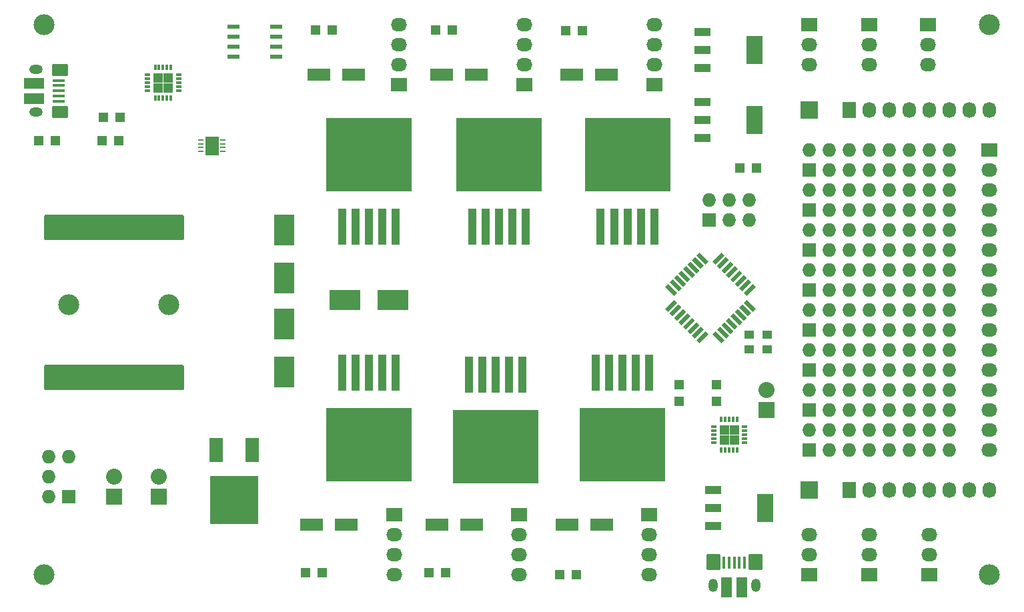
<source format=gts>
G04 #@! TF.FileFunction,Soldermask,Top*
%FSLAX46Y46*%
G04 Gerber Fmt 4.6, Leading zero omitted, Abs format (unit mm)*
G04 Created by KiCad (PCBNEW 4.0.1-stable) date 11/13/2016 6:28:19 PM*
%MOMM*%
G01*
G04 APERTURE LIST*
%ADD10C,0.100000*%
%ADD11R,1.198880X1.198880*%
%ADD12R,0.730000X0.300000*%
%ADD13R,0.300000X0.730000*%
%ADD14R,1.250000X1.250000*%
%ADD15R,2.032000X3.657600*%
%ADD16R,2.032000X1.016000*%
%ADD17R,0.400000X1.650000*%
%ADD18O,1.100000X1.500000*%
%ADD19O,1.200000X1.700000*%
%ADD20R,1.425000X2.500000*%
%ADD21R,1.100000X4.600000*%
%ADD22R,10.800000X9.400000*%
%ADD23R,2.032000X1.727200*%
%ADD24O,2.032000X1.727200*%
%ADD25R,0.700000X0.250000*%
%ADD26R,0.830000X1.190000*%
%ADD27R,1.727200X1.727200*%
%ADD28O,1.727200X1.727200*%
%ADD29R,2.999740X1.600200*%
%ADD30R,11.000000X3.000000*%
%ADD31R,1.650000X0.400000*%
%ADD32O,1.500000X1.100000*%
%ADD33O,1.700000X1.200000*%
%ADD34R,2.500000X1.425000*%
%ADD35R,1.651000X3.048000*%
%ADD36R,6.096000X6.096000*%
%ADD37R,1.550000X0.600000*%
%ADD38R,2.032000X2.032000*%
%ADD39O,2.032000X2.032000*%
%ADD40C,2.650000*%
%ADD41R,2.500000X4.000000*%
%ADD42R,4.000000X2.500000*%
%ADD43R,1.727200X2.032000*%
%ADD44O,1.727200X2.032000*%
%ADD45R,2.235200X2.235200*%
%ADD46R,1.300000X1.050000*%
%ADD47C,0.254000*%
G04 APERTURE END LIST*
D10*
G36*
X135262445Y-107337334D02*
X134873536Y-107726243D01*
X133742165Y-106594872D01*
X134131074Y-106205963D01*
X135262445Y-107337334D01*
X135262445Y-107337334D01*
G37*
G36*
X135828130Y-106771648D02*
X135439221Y-107160557D01*
X134307850Y-106029186D01*
X134696759Y-105640277D01*
X135828130Y-106771648D01*
X135828130Y-106771648D01*
G37*
G36*
X136393816Y-106205963D02*
X136004907Y-106594872D01*
X134873536Y-105463501D01*
X135262445Y-105074592D01*
X136393816Y-106205963D01*
X136393816Y-106205963D01*
G37*
G36*
X136959501Y-105640278D02*
X136570592Y-106029187D01*
X135439221Y-104897816D01*
X135828130Y-104508907D01*
X136959501Y-105640278D01*
X136959501Y-105640278D01*
G37*
G36*
X137525187Y-105074592D02*
X137136278Y-105463501D01*
X136004907Y-104332130D01*
X136393816Y-103943221D01*
X137525187Y-105074592D01*
X137525187Y-105074592D01*
G37*
G36*
X138090872Y-104508907D02*
X137701963Y-104897816D01*
X136570592Y-103766445D01*
X136959501Y-103377536D01*
X138090872Y-104508907D01*
X138090872Y-104508907D01*
G37*
G36*
X138656557Y-103943221D02*
X138267648Y-104332130D01*
X137136277Y-103200759D01*
X137525186Y-102811850D01*
X138656557Y-103943221D01*
X138656557Y-103943221D01*
G37*
G36*
X139222243Y-103377536D02*
X138833334Y-103766445D01*
X137701963Y-102635074D01*
X138090872Y-102246165D01*
X139222243Y-103377536D01*
X139222243Y-103377536D01*
G37*
G36*
X138833334Y-100195555D02*
X139222243Y-100584464D01*
X138090872Y-101715835D01*
X137701963Y-101326926D01*
X138833334Y-100195555D01*
X138833334Y-100195555D01*
G37*
G36*
X138267648Y-99629870D02*
X138656557Y-100018779D01*
X137525186Y-101150150D01*
X137136277Y-100761241D01*
X138267648Y-99629870D01*
X138267648Y-99629870D01*
G37*
G36*
X137701963Y-99064184D02*
X138090872Y-99453093D01*
X136959501Y-100584464D01*
X136570592Y-100195555D01*
X137701963Y-99064184D01*
X137701963Y-99064184D01*
G37*
G36*
X137136278Y-98498499D02*
X137525187Y-98887408D01*
X136393816Y-100018779D01*
X136004907Y-99629870D01*
X137136278Y-98498499D01*
X137136278Y-98498499D01*
G37*
G36*
X136570592Y-97932813D02*
X136959501Y-98321722D01*
X135828130Y-99453093D01*
X135439221Y-99064184D01*
X136570592Y-97932813D01*
X136570592Y-97932813D01*
G37*
G36*
X136004907Y-97367128D02*
X136393816Y-97756037D01*
X135262445Y-98887408D01*
X134873536Y-98498499D01*
X136004907Y-97367128D01*
X136004907Y-97367128D01*
G37*
G36*
X135439221Y-96801443D02*
X135828130Y-97190352D01*
X134696759Y-98321723D01*
X134307850Y-97932814D01*
X135439221Y-96801443D01*
X135439221Y-96801443D01*
G37*
G36*
X134873536Y-96235757D02*
X135262445Y-96624666D01*
X134131074Y-97756037D01*
X133742165Y-97367128D01*
X134873536Y-96235757D01*
X134873536Y-96235757D01*
G37*
G36*
X133211835Y-97367128D02*
X132822926Y-97756037D01*
X131691555Y-96624666D01*
X132080464Y-96235757D01*
X133211835Y-97367128D01*
X133211835Y-97367128D01*
G37*
G36*
X132646150Y-97932814D02*
X132257241Y-98321723D01*
X131125870Y-97190352D01*
X131514779Y-96801443D01*
X132646150Y-97932814D01*
X132646150Y-97932814D01*
G37*
G36*
X132080464Y-98498499D02*
X131691555Y-98887408D01*
X130560184Y-97756037D01*
X130949093Y-97367128D01*
X132080464Y-98498499D01*
X132080464Y-98498499D01*
G37*
G36*
X131514779Y-99064184D02*
X131125870Y-99453093D01*
X129994499Y-98321722D01*
X130383408Y-97932813D01*
X131514779Y-99064184D01*
X131514779Y-99064184D01*
G37*
G36*
X130949093Y-99629870D02*
X130560184Y-100018779D01*
X129428813Y-98887408D01*
X129817722Y-98498499D01*
X130949093Y-99629870D01*
X130949093Y-99629870D01*
G37*
G36*
X130383408Y-100195555D02*
X129994499Y-100584464D01*
X128863128Y-99453093D01*
X129252037Y-99064184D01*
X130383408Y-100195555D01*
X130383408Y-100195555D01*
G37*
G36*
X129817723Y-100761241D02*
X129428814Y-101150150D01*
X128297443Y-100018779D01*
X128686352Y-99629870D01*
X129817723Y-100761241D01*
X129817723Y-100761241D01*
G37*
G36*
X129252037Y-101326926D02*
X128863128Y-101715835D01*
X127731757Y-100584464D01*
X128120666Y-100195555D01*
X129252037Y-101326926D01*
X129252037Y-101326926D01*
G37*
G36*
X128863128Y-102246165D02*
X129252037Y-102635074D01*
X128120666Y-103766445D01*
X127731757Y-103377536D01*
X128863128Y-102246165D01*
X128863128Y-102246165D01*
G37*
G36*
X129428814Y-102811850D02*
X129817723Y-103200759D01*
X128686352Y-104332130D01*
X128297443Y-103943221D01*
X129428814Y-102811850D01*
X129428814Y-102811850D01*
G37*
G36*
X129994499Y-103377536D02*
X130383408Y-103766445D01*
X129252037Y-104897816D01*
X128863128Y-104508907D01*
X129994499Y-103377536D01*
X129994499Y-103377536D01*
G37*
G36*
X130560184Y-103943221D02*
X130949093Y-104332130D01*
X129817722Y-105463501D01*
X129428813Y-105074592D01*
X130560184Y-103943221D01*
X130560184Y-103943221D01*
G37*
G36*
X131125870Y-104508907D02*
X131514779Y-104897816D01*
X130383408Y-106029187D01*
X129994499Y-105640278D01*
X131125870Y-104508907D01*
X131125870Y-104508907D01*
G37*
G36*
X131691555Y-105074592D02*
X132080464Y-105463501D01*
X130949093Y-106594872D01*
X130560184Y-106205963D01*
X131691555Y-105074592D01*
X131691555Y-105074592D01*
G37*
G36*
X132257241Y-105640277D02*
X132646150Y-106029186D01*
X131514779Y-107160557D01*
X131125870Y-106771648D01*
X132257241Y-105640277D01*
X132257241Y-105640277D01*
G37*
G36*
X132822926Y-106205963D02*
X133211835Y-106594872D01*
X132080464Y-107726243D01*
X131691555Y-107337334D01*
X132822926Y-106205963D01*
X132822926Y-106205963D01*
G37*
D11*
X137253980Y-85471000D03*
X139352020Y-85471000D03*
D12*
X133925000Y-118380000D03*
X133925000Y-118880000D03*
X133925000Y-119380000D03*
X133925000Y-119880000D03*
X133925000Y-120380000D03*
D13*
X134890000Y-121345000D03*
X135390000Y-121345000D03*
X135890000Y-121345000D03*
X136390000Y-121345000D03*
X136890000Y-121345000D03*
D12*
X137855000Y-120380000D03*
X137855000Y-119880000D03*
X137855000Y-119380000D03*
X137855000Y-118880000D03*
X137855000Y-118380000D03*
D13*
X136890000Y-117415000D03*
X136390000Y-117415000D03*
X135890000Y-117415000D03*
X135390000Y-117415000D03*
X134890000Y-117415000D03*
D14*
X136515000Y-120005000D03*
X136515000Y-118755000D03*
X135265000Y-120005000D03*
X135265000Y-118755000D03*
D15*
X140462000Y-128651000D03*
D16*
X133858000Y-128651000D03*
X133858000Y-130937000D03*
X133858000Y-126365000D03*
D17*
X135225000Y-135660000D03*
X135875000Y-135660000D03*
X136524100Y-135660000D03*
X137175000Y-135660000D03*
X137825000Y-135660000D03*
D18*
X134100000Y-135535000D03*
X138950000Y-135535000D03*
D19*
X133800000Y-138535000D03*
X139250000Y-138535000D03*
D20*
X135562500Y-138785000D03*
X137487500Y-138785000D03*
D21*
X102850000Y-111760000D03*
X104550000Y-111760000D03*
X107950000Y-111760000D03*
D22*
X106250000Y-120910000D03*
D21*
X106250000Y-111760000D03*
X109650000Y-111760000D03*
X118950000Y-111500000D03*
X120650000Y-111500000D03*
X124050000Y-111500000D03*
D22*
X122350000Y-120650000D03*
D21*
X122350000Y-111500000D03*
X125750000Y-111500000D03*
D15*
X139065000Y-70485000D03*
D16*
X132461000Y-70485000D03*
X132461000Y-72771000D03*
X132461000Y-68199000D03*
D15*
X139065000Y-79375000D03*
D16*
X132461000Y-79375000D03*
X132461000Y-81661000D03*
X132461000Y-77089000D03*
D23*
X125730000Y-129540000D03*
D24*
X125730000Y-132080000D03*
X125730000Y-134620000D03*
X125730000Y-137160000D03*
D25*
X71631000Y-83415000D03*
X71631000Y-82915000D03*
X71631000Y-82415000D03*
X71631000Y-81915000D03*
X68831000Y-81915000D03*
X68831000Y-82415000D03*
X68831000Y-82915000D03*
X68831000Y-83415000D03*
D26*
X69816000Y-82070000D03*
X69816000Y-83260000D03*
X70646000Y-82070000D03*
X70646000Y-83260000D03*
D27*
X133350000Y-92075000D03*
D28*
X133350000Y-89535000D03*
X135890000Y-92075000D03*
X135890000Y-89535000D03*
X138430000Y-92075000D03*
X138430000Y-89535000D03*
D21*
X86770000Y-111500000D03*
X88470000Y-111500000D03*
X91870000Y-111500000D03*
D22*
X90170000Y-120650000D03*
D21*
X90170000Y-111500000D03*
X93570000Y-111500000D03*
D29*
X103164640Y-130810000D03*
X98765360Y-130810000D03*
D30*
X61046000Y-111887000D03*
X54546000Y-111887000D03*
D29*
X87289640Y-130810000D03*
X82890360Y-130810000D03*
X119674640Y-130810000D03*
X115275360Y-130810000D03*
X103799640Y-73660000D03*
X99400360Y-73660000D03*
X120309640Y-73660000D03*
X115910360Y-73660000D03*
X88219280Y-73660000D03*
X83820000Y-73660000D03*
D11*
X84234020Y-136906000D03*
X82135980Y-136906000D03*
X58420000Y-82042000D03*
X56321960Y-82042000D03*
X99888040Y-136906000D03*
X97790000Y-136906000D03*
X50358040Y-82042000D03*
X48260000Y-82042000D03*
X116492020Y-137160000D03*
X114393980Y-137160000D03*
X134239000Y-113030000D03*
X134239000Y-115128040D03*
X117254020Y-68072000D03*
X115155980Y-68072000D03*
X129540000Y-113030000D03*
X129540000Y-115128040D03*
X100744020Y-67945000D03*
X98645980Y-67945000D03*
X85504020Y-67945000D03*
X83405980Y-67945000D03*
X58547000Y-79087980D03*
X56448960Y-79087980D03*
D23*
X93345000Y-129540000D03*
D24*
X93345000Y-132080000D03*
X93345000Y-134620000D03*
X93345000Y-137160000D03*
D23*
X109220000Y-129540000D03*
D24*
X109220000Y-132080000D03*
X109220000Y-134620000D03*
X109220000Y-137160000D03*
D31*
X50800000Y-74392000D03*
X50800000Y-75042000D03*
X50800000Y-75691100D03*
X50800000Y-76342000D03*
X50800000Y-76992000D03*
D32*
X50925000Y-73267000D03*
X50925000Y-78117000D03*
D33*
X47925000Y-72967000D03*
X47925000Y-78417000D03*
D34*
X47675000Y-74729500D03*
X47675000Y-76654500D03*
D35*
X75311000Y-121285000D03*
D36*
X73025000Y-127635000D03*
D35*
X70739000Y-121285000D03*
D27*
X52070000Y-127254000D03*
D28*
X49530000Y-127254000D03*
X49530000Y-124714000D03*
X52070000Y-122174000D03*
X49530000Y-122174000D03*
D21*
X110080000Y-92970000D03*
X108380000Y-92970000D03*
X104980000Y-92970000D03*
D22*
X106680000Y-83820000D03*
D21*
X106680000Y-92970000D03*
X103280000Y-92970000D03*
X126365000Y-92970000D03*
X124665000Y-92970000D03*
X121265000Y-92970000D03*
D22*
X122965000Y-83820000D03*
D21*
X122965000Y-92970000D03*
X119565000Y-92970000D03*
X93570000Y-92970000D03*
X91870000Y-92970000D03*
X88470000Y-92970000D03*
D22*
X90170000Y-83820000D03*
D21*
X90170000Y-92970000D03*
X86770000Y-92970000D03*
D13*
X65018000Y-72721000D03*
X64518000Y-72721000D03*
X64018000Y-72721000D03*
X63518000Y-72721000D03*
X63018000Y-72721000D03*
D12*
X62053000Y-73686000D03*
X62053000Y-74186000D03*
X62053000Y-74686000D03*
X62053000Y-75186000D03*
X62053000Y-75686000D03*
D13*
X63018000Y-76651000D03*
X63518000Y-76651000D03*
X64018000Y-76651000D03*
X64518000Y-76651000D03*
X65018000Y-76651000D03*
D12*
X65983000Y-75686000D03*
X65983000Y-75186000D03*
X65983000Y-74686000D03*
X65983000Y-74186000D03*
X65983000Y-73686000D03*
D14*
X63393000Y-75311000D03*
X64643000Y-75311000D03*
X63393000Y-74061000D03*
X64643000Y-74061000D03*
D37*
X72959000Y-67564000D03*
X72959000Y-68834000D03*
X72959000Y-70104000D03*
X72959000Y-71374000D03*
X78359000Y-71374000D03*
X78359000Y-70104000D03*
X78359000Y-68834000D03*
X78359000Y-67564000D03*
D23*
X126365000Y-74930000D03*
D24*
X126365000Y-72390000D03*
X126365000Y-69850000D03*
X126365000Y-67310000D03*
D23*
X109855000Y-74930000D03*
D24*
X109855000Y-72390000D03*
X109855000Y-69850000D03*
X109855000Y-67310000D03*
D23*
X93980000Y-74930000D03*
D24*
X93980000Y-72390000D03*
X93980000Y-69850000D03*
X93980000Y-67310000D03*
D30*
X54546000Y-92837000D03*
X61046000Y-92837000D03*
D38*
X63500000Y-127254000D03*
D39*
X63500000Y-124714000D03*
D38*
X57785000Y-127254000D03*
D39*
X57785000Y-124714000D03*
D40*
X48895000Y-137160000D03*
X168910000Y-137160000D03*
X168910000Y-67310000D03*
X48895000Y-67310000D03*
D41*
X79375000Y-93343000D03*
X79375000Y-99443000D03*
X79375000Y-111381000D03*
X79375000Y-105281000D03*
D42*
X93220000Y-102235000D03*
X87120000Y-102235000D03*
D23*
X146050000Y-137160000D03*
D24*
X146050000Y-134620000D03*
X146050000Y-132080000D03*
D23*
X153670000Y-137160000D03*
D24*
X153670000Y-134620000D03*
X153670000Y-132080000D03*
D23*
X161290000Y-137160000D03*
D24*
X161290000Y-134620000D03*
X161290000Y-132080000D03*
D23*
X146050000Y-67310000D03*
D24*
X146050000Y-69850000D03*
X146050000Y-72390000D03*
D23*
X153670000Y-67310000D03*
D24*
X153670000Y-69850000D03*
X153670000Y-72390000D03*
D23*
X161137600Y-67310000D03*
D24*
X161137600Y-69850000D03*
X161137600Y-72390000D03*
D43*
X151130000Y-126365000D03*
D44*
X153670000Y-126365000D03*
X156210000Y-126365000D03*
X158750000Y-126365000D03*
X161290000Y-126365000D03*
X163830000Y-126365000D03*
X166370000Y-126365000D03*
X168910000Y-126365000D03*
D27*
X146050000Y-121285000D03*
D28*
X146050000Y-118745000D03*
X148590000Y-121285000D03*
X148590000Y-118745000D03*
X151130000Y-121285000D03*
X151130000Y-118745000D03*
X153670000Y-121285000D03*
X153670000Y-118745000D03*
X156210000Y-121285000D03*
X156210000Y-118745000D03*
X158750000Y-121285000D03*
X158750000Y-118745000D03*
X161290000Y-121285000D03*
X161290000Y-118745000D03*
X163830000Y-121285000D03*
X163830000Y-118745000D03*
D27*
X146050000Y-116205000D03*
D28*
X146050000Y-113665000D03*
X148590000Y-116205000D03*
X148590000Y-113665000D03*
X151130000Y-116205000D03*
X151130000Y-113665000D03*
X153670000Y-116205000D03*
X153670000Y-113665000D03*
X156210000Y-116205000D03*
X156210000Y-113665000D03*
X158750000Y-116205000D03*
X158750000Y-113665000D03*
X161290000Y-116205000D03*
X161290000Y-113665000D03*
X163830000Y-116205000D03*
X163830000Y-113665000D03*
D27*
X146050000Y-111125000D03*
D28*
X146050000Y-108585000D03*
X148590000Y-111125000D03*
X148590000Y-108585000D03*
X151130000Y-111125000D03*
X151130000Y-108585000D03*
X153670000Y-111125000D03*
X153670000Y-108585000D03*
X156210000Y-111125000D03*
X156210000Y-108585000D03*
X158750000Y-111125000D03*
X158750000Y-108585000D03*
X161290000Y-111125000D03*
X161290000Y-108585000D03*
X163830000Y-111125000D03*
X163830000Y-108585000D03*
D27*
X146050000Y-106045000D03*
D28*
X146050000Y-103505000D03*
X148590000Y-106045000D03*
X148590000Y-103505000D03*
X151130000Y-106045000D03*
X151130000Y-103505000D03*
X153670000Y-106045000D03*
X153670000Y-103505000D03*
X156210000Y-106045000D03*
X156210000Y-103505000D03*
X158750000Y-106045000D03*
X158750000Y-103505000D03*
X161290000Y-106045000D03*
X161290000Y-103505000D03*
X163830000Y-106045000D03*
X163830000Y-103505000D03*
D23*
X168910000Y-83185000D03*
D24*
X168910000Y-85725000D03*
X168910000Y-88265000D03*
X168910000Y-90805000D03*
X168910000Y-93345000D03*
X168910000Y-95885000D03*
X168910000Y-98425000D03*
X168910000Y-100965000D03*
X168910000Y-103505000D03*
X168910000Y-106045000D03*
X168910000Y-108585000D03*
X168910000Y-111125000D03*
X168910000Y-113665000D03*
X168910000Y-116205000D03*
X168910000Y-118745000D03*
X168910000Y-121285000D03*
D27*
X146050000Y-100965000D03*
D28*
X146050000Y-98425000D03*
X148590000Y-100965000D03*
X148590000Y-98425000D03*
X151130000Y-100965000D03*
X151130000Y-98425000D03*
X153670000Y-100965000D03*
X153670000Y-98425000D03*
X156210000Y-100965000D03*
X156210000Y-98425000D03*
X158750000Y-100965000D03*
X158750000Y-98425000D03*
X161290000Y-100965000D03*
X161290000Y-98425000D03*
X163830000Y-100965000D03*
X163830000Y-98425000D03*
D27*
X146050000Y-95885000D03*
D28*
X146050000Y-93345000D03*
X148590000Y-95885000D03*
X148590000Y-93345000D03*
X151130000Y-95885000D03*
X151130000Y-93345000D03*
X153670000Y-95885000D03*
X153670000Y-93345000D03*
X156210000Y-95885000D03*
X156210000Y-93345000D03*
X158750000Y-95885000D03*
X158750000Y-93345000D03*
X161290000Y-95885000D03*
X161290000Y-93345000D03*
X163830000Y-95885000D03*
X163830000Y-93345000D03*
D27*
X146050000Y-90805000D03*
D28*
X146050000Y-88265000D03*
X148590000Y-90805000D03*
X148590000Y-88265000D03*
X151130000Y-90805000D03*
X151130000Y-88265000D03*
X153670000Y-90805000D03*
X153670000Y-88265000D03*
X156210000Y-90805000D03*
X156210000Y-88265000D03*
X158750000Y-90805000D03*
X158750000Y-88265000D03*
X161290000Y-90805000D03*
X161290000Y-88265000D03*
X163830000Y-90805000D03*
X163830000Y-88265000D03*
D27*
X146050000Y-85725000D03*
D28*
X146050000Y-83185000D03*
X148590000Y-85725000D03*
X148590000Y-83185000D03*
X151130000Y-85725000D03*
X151130000Y-83185000D03*
X153670000Y-85725000D03*
X153670000Y-83185000D03*
X156210000Y-85725000D03*
X156210000Y-83185000D03*
X158750000Y-85725000D03*
X158750000Y-83185000D03*
X161290000Y-85725000D03*
X161290000Y-83185000D03*
X163830000Y-85725000D03*
X163830000Y-83185000D03*
D43*
X151130000Y-78105000D03*
D44*
X153670000Y-78105000D03*
X156210000Y-78105000D03*
X158750000Y-78105000D03*
X161290000Y-78105000D03*
X163830000Y-78105000D03*
X166370000Y-78105000D03*
X168910000Y-78105000D03*
D40*
X52070000Y-102870000D03*
X64770000Y-102870000D03*
D45*
X146050000Y-126365000D03*
X146050000Y-78105000D03*
D46*
X140723000Y-106644000D03*
X138423000Y-106644000D03*
X138423000Y-108494000D03*
X140723000Y-108494000D03*
D38*
X140589000Y-116205000D03*
D39*
X140589000Y-113665000D03*
D47*
G36*
X66548000Y-94488000D02*
X49022000Y-94488000D01*
X49022000Y-91567000D01*
X66548000Y-91567000D01*
X66548000Y-94488000D01*
X66548000Y-94488000D01*
G37*
X66548000Y-94488000D02*
X49022000Y-94488000D01*
X49022000Y-91567000D01*
X66548000Y-91567000D01*
X66548000Y-94488000D01*
G36*
X66548000Y-113538000D02*
X49022000Y-113538000D01*
X49022000Y-110617000D01*
X66548000Y-110617000D01*
X66548000Y-113538000D01*
X66548000Y-113538000D01*
G37*
X66548000Y-113538000D02*
X49022000Y-113538000D01*
X49022000Y-110617000D01*
X66548000Y-110617000D01*
X66548000Y-113538000D01*
G36*
X139954000Y-136398000D02*
X138430000Y-136398000D01*
X138430000Y-134620000D01*
X139954000Y-134620000D01*
X139954000Y-136398000D01*
X139954000Y-136398000D01*
G37*
X139954000Y-136398000D02*
X138430000Y-136398000D01*
X138430000Y-134620000D01*
X139954000Y-134620000D01*
X139954000Y-136398000D01*
G36*
X134620000Y-136398000D02*
X133096000Y-136398000D01*
X133096000Y-134620000D01*
X134620000Y-134620000D01*
X134620000Y-136398000D01*
X134620000Y-136398000D01*
G37*
X134620000Y-136398000D02*
X133096000Y-136398000D01*
X133096000Y-134620000D01*
X134620000Y-134620000D01*
X134620000Y-136398000D01*
G36*
X51816000Y-78994000D02*
X50038000Y-78994000D01*
X50038000Y-77724000D01*
X51816000Y-77724000D01*
X51816000Y-78994000D01*
X51816000Y-78994000D01*
G37*
X51816000Y-78994000D02*
X50038000Y-78994000D01*
X50038000Y-77724000D01*
X51816000Y-77724000D01*
X51816000Y-78994000D01*
G36*
X51816000Y-73660000D02*
X50038000Y-73660000D01*
X50038000Y-72390000D01*
X51816000Y-72390000D01*
X51816000Y-73660000D01*
X51816000Y-73660000D01*
G37*
X51816000Y-73660000D02*
X50038000Y-73660000D01*
X50038000Y-72390000D01*
X51816000Y-72390000D01*
X51816000Y-73660000D01*
M02*

</source>
